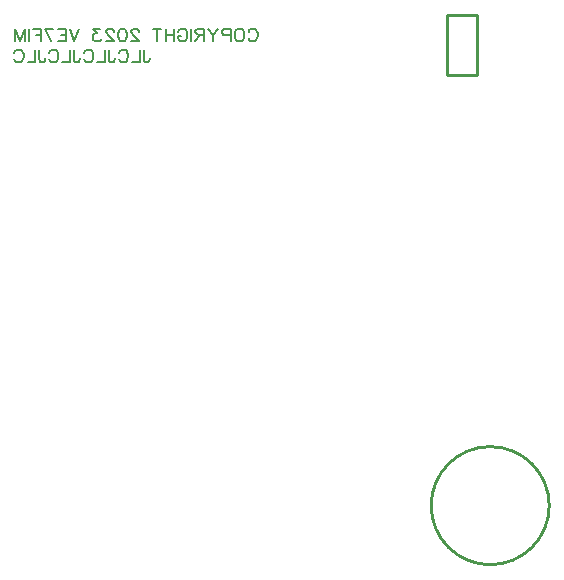
<source format=gbo>
G04 Layer: BottomSilkscreenLayer*
G04 EasyEDA v6.5.34, 2023-08-21 18:11:39*
G04 18117bc33d304e9eae86a0e3f177fe8b,5a6b42c53f6a479593ecc07194224c93,10*
G04 Gerber Generator version 0.2*
G04 Scale: 100 percent, Rotated: No, Reflected: No *
G04 Dimensions in millimeters *
G04 leading zeros omitted , absolute positions ,4 integer and 5 decimal *
%FSLAX45Y45*%
%MOMM*%

%ADD10C,0.1524*%
%ADD11C,0.1520*%
%ADD12C,0.2540*%

%LPD*%
D10*
X2766857Y5575752D02*
G01*
X2772054Y5586143D01*
X2782445Y5596534D01*
X2792834Y5601728D01*
X2813616Y5601728D01*
X2824007Y5596534D01*
X2834398Y5586143D01*
X2839595Y5575752D01*
X2844789Y5560164D01*
X2844789Y5534187D01*
X2839595Y5518602D01*
X2834398Y5508210D01*
X2824007Y5497819D01*
X2813616Y5492625D01*
X2792834Y5492625D01*
X2782445Y5497819D01*
X2772054Y5508210D01*
X2766857Y5518602D01*
X2701394Y5601728D02*
G01*
X2711785Y5596534D01*
X2722176Y5586143D01*
X2727373Y5575752D01*
X2732567Y5560164D01*
X2732567Y5534187D01*
X2727373Y5518602D01*
X2722176Y5508210D01*
X2711785Y5497819D01*
X2701394Y5492625D01*
X2680614Y5492625D01*
X2670223Y5497819D01*
X2659832Y5508210D01*
X2654635Y5518602D01*
X2649440Y5534187D01*
X2649440Y5560164D01*
X2654635Y5575752D01*
X2659832Y5586143D01*
X2670223Y5596534D01*
X2680614Y5601728D01*
X2701394Y5601728D01*
X2615150Y5601728D02*
G01*
X2615150Y5492625D01*
X2615150Y5601728D02*
G01*
X2568392Y5601728D01*
X2552804Y5596534D01*
X2547609Y5591337D01*
X2542415Y5580946D01*
X2542415Y5565360D01*
X2547609Y5554969D01*
X2552804Y5549775D01*
X2568392Y5544578D01*
X2615150Y5544578D01*
X2508125Y5601728D02*
G01*
X2466560Y5549775D01*
X2466560Y5492625D01*
X2424996Y5601728D02*
G01*
X2466560Y5549775D01*
X2390706Y5601728D02*
G01*
X2390706Y5492625D01*
X2390706Y5601728D02*
G01*
X2343947Y5601728D01*
X2328362Y5596534D01*
X2323165Y5591337D01*
X2317970Y5580946D01*
X2317970Y5570555D01*
X2323165Y5560164D01*
X2328362Y5554969D01*
X2343947Y5549775D01*
X2390706Y5549775D01*
X2354338Y5549775D02*
G01*
X2317970Y5492625D01*
X2283680Y5601728D02*
G01*
X2283680Y5492625D01*
X2171458Y5575752D02*
G01*
X2176655Y5586143D01*
X2187044Y5596534D01*
X2197435Y5601728D01*
X2218217Y5601728D01*
X2228608Y5596534D01*
X2238999Y5586143D01*
X2244194Y5575752D01*
X2249390Y5560164D01*
X2249390Y5534187D01*
X2244194Y5518602D01*
X2238999Y5508210D01*
X2228608Y5497819D01*
X2218217Y5492625D01*
X2197435Y5492625D01*
X2187044Y5497819D01*
X2176655Y5508210D01*
X2171458Y5518602D01*
X2171458Y5534187D01*
X2197435Y5534187D02*
G01*
X2171458Y5534187D01*
X2137168Y5601728D02*
G01*
X2137168Y5492625D01*
X2064433Y5601728D02*
G01*
X2064433Y5492625D01*
X2137168Y5549775D02*
G01*
X2064433Y5549775D01*
X1993775Y5601728D02*
G01*
X1993775Y5492625D01*
X2030143Y5601728D02*
G01*
X1957405Y5601728D01*
X1837910Y5575752D02*
G01*
X1837910Y5580946D01*
X1832714Y5591337D01*
X1827519Y5596534D01*
X1817128Y5601728D01*
X1796346Y5601728D01*
X1785955Y5596534D01*
X1780760Y5591337D01*
X1775564Y5580946D01*
X1775564Y5570555D01*
X1780760Y5560164D01*
X1791152Y5544578D01*
X1843105Y5492625D01*
X1770369Y5492625D01*
X1704906Y5601728D02*
G01*
X1720494Y5596534D01*
X1730885Y5580946D01*
X1736079Y5554969D01*
X1736079Y5539384D01*
X1730885Y5513405D01*
X1720494Y5497819D01*
X1704906Y5492625D01*
X1694515Y5492625D01*
X1678929Y5497819D01*
X1668538Y5513405D01*
X1663344Y5539384D01*
X1663344Y5554969D01*
X1668538Y5580946D01*
X1678929Y5596534D01*
X1694515Y5601728D01*
X1704906Y5601728D01*
X1623857Y5575752D02*
G01*
X1623857Y5580946D01*
X1618663Y5591337D01*
X1613466Y5596534D01*
X1603075Y5601728D01*
X1582295Y5601728D01*
X1571904Y5596534D01*
X1566707Y5591337D01*
X1561513Y5580946D01*
X1561513Y5570555D01*
X1566707Y5560164D01*
X1577098Y5544578D01*
X1629054Y5492625D01*
X1556316Y5492625D01*
X1511635Y5601728D02*
G01*
X1454485Y5601728D01*
X1485658Y5560164D01*
X1470073Y5560164D01*
X1459682Y5554969D01*
X1454485Y5549775D01*
X1449290Y5534187D01*
X1449290Y5523796D01*
X1454485Y5508210D01*
X1464876Y5497819D01*
X1480464Y5492625D01*
X1496049Y5492625D01*
X1511635Y5497819D01*
X1516832Y5503014D01*
X1522026Y5513405D01*
X1334990Y5601728D02*
G01*
X1293426Y5492625D01*
X1251864Y5601728D02*
G01*
X1293426Y5492625D01*
X1217574Y5601728D02*
G01*
X1217574Y5492625D01*
X1217574Y5601728D02*
G01*
X1150033Y5601728D01*
X1217574Y5549775D02*
G01*
X1176009Y5549775D01*
X1217574Y5492625D02*
G01*
X1150033Y5492625D01*
X1043005Y5601728D02*
G01*
X1094960Y5492625D01*
X1115743Y5601728D02*
G01*
X1043005Y5601728D01*
X1008715Y5601728D02*
G01*
X1008715Y5492625D01*
X1008715Y5601728D02*
G01*
X941174Y5601728D01*
X1008715Y5549775D02*
G01*
X967153Y5549775D01*
X906884Y5601728D02*
G01*
X906884Y5492625D01*
X872594Y5601728D02*
G01*
X872594Y5492625D01*
X872594Y5601728D02*
G01*
X831032Y5492625D01*
X789467Y5601728D02*
G01*
X831032Y5492625D01*
X789467Y5601728D02*
G01*
X789467Y5492625D01*
D11*
X1878434Y5423928D02*
G01*
X1878434Y5340802D01*
X1883630Y5325214D01*
X1888825Y5320019D01*
X1899216Y5314825D01*
X1909607Y5314825D01*
X1919998Y5320019D01*
X1925195Y5325214D01*
X1930389Y5340802D01*
X1930389Y5351193D01*
X1844144Y5423928D02*
G01*
X1844144Y5314825D01*
X1844144Y5314825D02*
G01*
X1781799Y5314825D01*
X1669577Y5397952D02*
G01*
X1674774Y5408343D01*
X1685165Y5418734D01*
X1695554Y5423928D01*
X1716336Y5423928D01*
X1726727Y5418734D01*
X1737118Y5408343D01*
X1742315Y5397952D01*
X1747509Y5382364D01*
X1747509Y5356387D01*
X1742315Y5340802D01*
X1737118Y5330410D01*
X1726727Y5320019D01*
X1716336Y5314825D01*
X1695554Y5314825D01*
X1685165Y5320019D01*
X1674774Y5330410D01*
X1669577Y5340802D01*
X1583334Y5423928D02*
G01*
X1583334Y5340802D01*
X1588528Y5325214D01*
X1593725Y5320019D01*
X1604114Y5314825D01*
X1614505Y5314825D01*
X1624896Y5320019D01*
X1630093Y5325214D01*
X1635287Y5340802D01*
X1635287Y5351193D01*
X1549044Y5423928D02*
G01*
X1549044Y5314825D01*
X1549044Y5314825D02*
G01*
X1486697Y5314825D01*
X1374475Y5397952D02*
G01*
X1379672Y5408343D01*
X1390063Y5418734D01*
X1400454Y5423928D01*
X1421234Y5423928D01*
X1431625Y5418734D01*
X1442016Y5408343D01*
X1447213Y5397952D01*
X1452407Y5382364D01*
X1452407Y5356387D01*
X1447213Y5340802D01*
X1442016Y5330410D01*
X1431625Y5320019D01*
X1421234Y5314825D01*
X1400454Y5314825D01*
X1390063Y5320019D01*
X1379672Y5330410D01*
X1374475Y5340802D01*
X1288232Y5423928D02*
G01*
X1288232Y5340802D01*
X1293426Y5325214D01*
X1298623Y5320019D01*
X1309014Y5314825D01*
X1319405Y5314825D01*
X1329794Y5320019D01*
X1334990Y5325214D01*
X1340185Y5340802D01*
X1340185Y5351193D01*
X1253942Y5423928D02*
G01*
X1253942Y5314825D01*
X1253942Y5314825D02*
G01*
X1191595Y5314825D01*
X1079375Y5397952D02*
G01*
X1084569Y5408343D01*
X1094960Y5418734D01*
X1105352Y5423928D01*
X1126134Y5423928D01*
X1136525Y5418734D01*
X1146914Y5408343D01*
X1152110Y5397952D01*
X1157305Y5382364D01*
X1157305Y5356387D01*
X1152110Y5340802D01*
X1146914Y5330410D01*
X1136525Y5320019D01*
X1126134Y5314825D01*
X1105352Y5314825D01*
X1094960Y5320019D01*
X1084569Y5330410D01*
X1079375Y5340802D01*
X993129Y5423928D02*
G01*
X993129Y5340802D01*
X998324Y5325214D01*
X1003520Y5320019D01*
X1013912Y5314825D01*
X1024303Y5314825D01*
X1034694Y5320019D01*
X1039888Y5325214D01*
X1045085Y5340802D01*
X1045085Y5351193D01*
X958839Y5423928D02*
G01*
X958839Y5314825D01*
X958839Y5314825D02*
G01*
X896495Y5314825D01*
X784273Y5397952D02*
G01*
X789467Y5408343D01*
X799858Y5418734D01*
X810249Y5423928D01*
X831032Y5423928D01*
X841423Y5418734D01*
X851814Y5408343D01*
X857008Y5397952D01*
X862205Y5382364D01*
X862205Y5356387D01*
X857008Y5340802D01*
X851814Y5330410D01*
X841423Y5320019D01*
X831032Y5314825D01*
X810249Y5314825D01*
X799858Y5320019D01*
X789467Y5330410D01*
X784273Y5340802D01*
D12*
G75*
G01
X5313291Y1562092D02*
G03X5313291Y1562092I-499999J0D01*
X4444992Y5714992D02*
G01*
X4698992Y5714992D01*
X4698992Y5206992D01*
X4444992Y5206992D01*
X4444992Y5714992D01*
M02*

</source>
